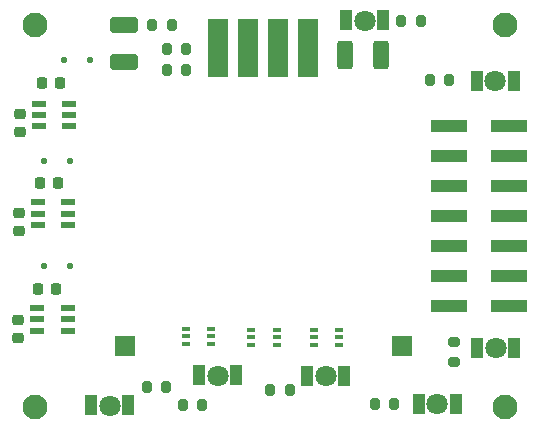
<source format=gbr>
%TF.GenerationSoftware,KiCad,Pcbnew,9.0.6*%
%TF.CreationDate,2025-12-26T20:18:00+00:00*%
%TF.ProjectId,PIDI-BOX-01-FRONTPANEL-1-3TE-A1,50494449-2d42-44f5-982d-30312d46524f,rev?*%
%TF.SameCoordinates,Original*%
%TF.FileFunction,Soldermask,Top*%
%TF.FilePolarity,Negative*%
%FSLAX46Y46*%
G04 Gerber Fmt 4.6, Leading zero omitted, Abs format (unit mm)*
G04 Created by KiCad (PCBNEW 9.0.6) date 2025-12-26 20:18:00*
%MOMM*%
%LPD*%
G01*
G04 APERTURE LIST*
G04 Aperture macros list*
%AMRoundRect*
0 Rectangle with rounded corners*
0 $1 Rounding radius*
0 $2 $3 $4 $5 $6 $7 $8 $9 X,Y pos of 4 corners*
0 Add a 4 corners polygon primitive as box body*
4,1,4,$2,$3,$4,$5,$6,$7,$8,$9,$2,$3,0*
0 Add four circle primitives for the rounded corners*
1,1,$1+$1,$2,$3*
1,1,$1+$1,$4,$5*
1,1,$1+$1,$6,$7*
1,1,$1+$1,$8,$9*
0 Add four rect primitives between the rounded corners*
20,1,$1+$1,$2,$3,$4,$5,0*
20,1,$1+$1,$4,$5,$6,$7,0*
20,1,$1+$1,$6,$7,$8,$9,0*
20,1,$1+$1,$8,$9,$2,$3,0*%
G04 Aperture macros list end*
%ADD10RoundRect,0.225000X0.250000X-0.225000X0.250000X0.225000X-0.250000X0.225000X-0.250000X-0.225000X0*%
%ADD11RoundRect,0.225000X0.225000X0.250000X-0.225000X0.250000X-0.225000X-0.250000X0.225000X-0.250000X0*%
%ADD12RoundRect,0.200000X0.200000X0.275000X-0.200000X0.275000X-0.200000X-0.275000X0.200000X-0.275000X0*%
%ADD13RoundRect,0.200000X-0.200000X-0.275000X0.200000X-0.275000X0.200000X0.275000X-0.200000X0.275000X0*%
%ADD14RoundRect,0.125000X0.125000X0.125000X-0.125000X0.125000X-0.125000X-0.125000X0.125000X-0.125000X0*%
%ADD15R,0.787400X0.355600*%
%ADD16RoundRect,0.200000X0.275000X-0.200000X0.275000X0.200000X-0.275000X0.200000X-0.275000X-0.200000X0*%
%ADD17R,1.700000X5.000000*%
%ADD18R,3.150000X1.000000*%
%ADD19C,1.799996*%
%ADD20R,1.008000X1.701800*%
%ADD21R,1.016000X1.701800*%
%ADD22R,1.150000X0.600000*%
%ADD23RoundRect,0.250000X-0.420000X-0.945000X0.420000X-0.945000X0.420000X0.945000X-0.420000X0.945000X0*%
%ADD24C,2.100000*%
%ADD25R,1.700000X1.700000*%
%ADD26RoundRect,0.250000X-0.945000X0.420000X-0.945000X-0.420000X0.945000X-0.420000X0.945000X0.420000X0*%
G04 APERTURE END LIST*
D10*
%TO.C,C3*%
X86275000Y-78775000D03*
X86275000Y-77225000D03*
%TD*%
D11*
%TO.C,C5*%
X89625000Y-65650000D03*
X88075000Y-65650000D03*
%TD*%
D12*
%TO.C,R9*%
X100494600Y-54283200D03*
X98844600Y-54283200D03*
%TD*%
D13*
%TO.C,R7*%
X100165400Y-84480400D03*
X101815400Y-84480400D03*
%TD*%
D10*
%TO.C,C1*%
X86300000Y-69725000D03*
X86300000Y-68175000D03*
%TD*%
D14*
%TO.C,D1*%
X90600000Y-72700000D03*
X88400000Y-72700000D03*
%TD*%
D15*
%TO.C,U1*%
X111302800Y-78084401D03*
X111302800Y-78734400D03*
X111302800Y-79384399D03*
X113436400Y-79384399D03*
X113436400Y-78734400D03*
X113436400Y-78084401D03*
%TD*%
D16*
%TO.C,R4*%
X123125000Y-80775000D03*
X123125000Y-79125000D03*
%TD*%
D17*
%TO.C,J2*%
X110751400Y-54266900D03*
X108211400Y-54266900D03*
X105671400Y-54266900D03*
X103131400Y-54266900D03*
%TD*%
D18*
%TO.C,J1*%
X127800000Y-76090000D03*
X122750000Y-76090000D03*
X127800000Y-73550000D03*
X122750000Y-73550000D03*
X127800000Y-71010000D03*
X122750000Y-71010000D03*
X127800000Y-68470000D03*
X122750000Y-68470000D03*
X127800000Y-65930000D03*
X122750000Y-65930000D03*
X127800000Y-63390000D03*
X122750000Y-63390000D03*
X127800000Y-60850000D03*
X122750000Y-60850000D03*
%TD*%
D19*
%TO.C,LED4*%
X121742400Y-84353000D03*
D20*
X120167400Y-84328000D03*
D21*
X123317400Y-84328000D03*
%TD*%
D22*
%TO.C,IC3*%
X87875000Y-76250000D03*
X87875000Y-77200000D03*
X87875000Y-78150000D03*
X90475000Y-78150000D03*
X90475000Y-77200000D03*
X90475000Y-76250000D03*
%TD*%
D15*
%TO.C,U2*%
X106002000Y-78072701D03*
X106002000Y-78722700D03*
X106002000Y-79372699D03*
X108135600Y-79372699D03*
X108135600Y-78722700D03*
X108135600Y-78072701D03*
%TD*%
D13*
%TO.C,R6*%
X107582200Y-83210400D03*
X109232200Y-83210400D03*
%TD*%
D15*
%TO.C,U3*%
X100482400Y-78000659D03*
X100482400Y-78650658D03*
X100482400Y-79300657D03*
X102616000Y-79300657D03*
X102616000Y-78650658D03*
X102616000Y-78000659D03*
%TD*%
D19*
%TO.C,LED5*%
X112270800Y-82016200D03*
D20*
X110695800Y-81991200D03*
D21*
X113845800Y-81991200D03*
%TD*%
D23*
%TO.C,C8*%
X113885000Y-54800000D03*
X116965000Y-54800000D03*
%TD*%
D12*
%TO.C,R2*%
X98767400Y-82905600D03*
X97117400Y-82905600D03*
%TD*%
D19*
%TO.C,LED2*%
X126650000Y-57050000D03*
D20*
X125075000Y-57025000D03*
D21*
X128225000Y-57025000D03*
%TD*%
D24*
%TO.C,REF\u002A\u002A*%
X127450000Y-52250000D03*
%TD*%
D19*
%TO.C,LED1*%
X115575000Y-51900000D03*
D20*
X114000000Y-51875000D03*
D21*
X117150000Y-51875000D03*
%TD*%
D13*
%TO.C,R5*%
X116450000Y-84350000D03*
X118100000Y-84350000D03*
%TD*%
D19*
%TO.C,LED6*%
X103148200Y-81965400D03*
D20*
X101573200Y-81940400D03*
D21*
X104723200Y-81940400D03*
%TD*%
D13*
%TO.C,R8*%
X118675000Y-51900000D03*
X120325000Y-51900000D03*
%TD*%
D14*
%TO.C,D3*%
X92325000Y-55225000D03*
X90125000Y-55225000D03*
%TD*%
D19*
%TO.C,LED7*%
X93982800Y-84505400D03*
D20*
X92407800Y-84480400D03*
D21*
X95557800Y-84480400D03*
%TD*%
D14*
%TO.C,D2*%
X90675000Y-63825000D03*
X88475000Y-63825000D03*
%TD*%
D25*
%TO.C,REF\u002A\u002A*%
X95275400Y-79476600D03*
%TD*%
D12*
%TO.C,R10*%
X100494600Y-56083200D03*
X98844600Y-56083200D03*
%TD*%
D22*
%TO.C,IC2*%
X87900000Y-67300000D03*
X87900000Y-68250000D03*
X87900000Y-69200000D03*
X90500000Y-69200000D03*
X90500000Y-68250000D03*
X90500000Y-67300000D03*
%TD*%
D24*
%TO.C,REF\u002A\u002A*%
X87650000Y-52250000D03*
%TD*%
D25*
%TO.C,REF\u002A\u002A*%
X118745000Y-79476600D03*
%TD*%
D12*
%TO.C,R1*%
X99250000Y-52275000D03*
X97600000Y-52275000D03*
%TD*%
D24*
%TO.C,REF\u002A\u002A*%
X87650000Y-84650000D03*
%TD*%
D13*
%TO.C,R3*%
X121100000Y-56950000D03*
X122750000Y-56950000D03*
%TD*%
D10*
%TO.C,C2*%
X86400000Y-61379400D03*
X86400000Y-59829400D03*
%TD*%
D24*
%TO.C,REF\u002A\u002A*%
X127450000Y-84650000D03*
%TD*%
D11*
%TO.C,C4*%
X89775000Y-57150000D03*
X88225000Y-57150000D03*
%TD*%
D19*
%TO.C,LED3*%
X126672400Y-79625000D03*
D20*
X125097400Y-79600000D03*
D21*
X128247400Y-79600000D03*
%TD*%
D26*
%TO.C,C7*%
X95199200Y-52308000D03*
X95199200Y-55388000D03*
%TD*%
D11*
%TO.C,C6*%
X89475000Y-74600000D03*
X87925000Y-74600000D03*
%TD*%
D22*
%TO.C,IC1*%
X87976400Y-58928000D03*
X87976400Y-59878000D03*
X87976400Y-60828000D03*
X90576400Y-60828000D03*
X90576400Y-59878000D03*
X90576400Y-58928000D03*
%TD*%
M02*

</source>
